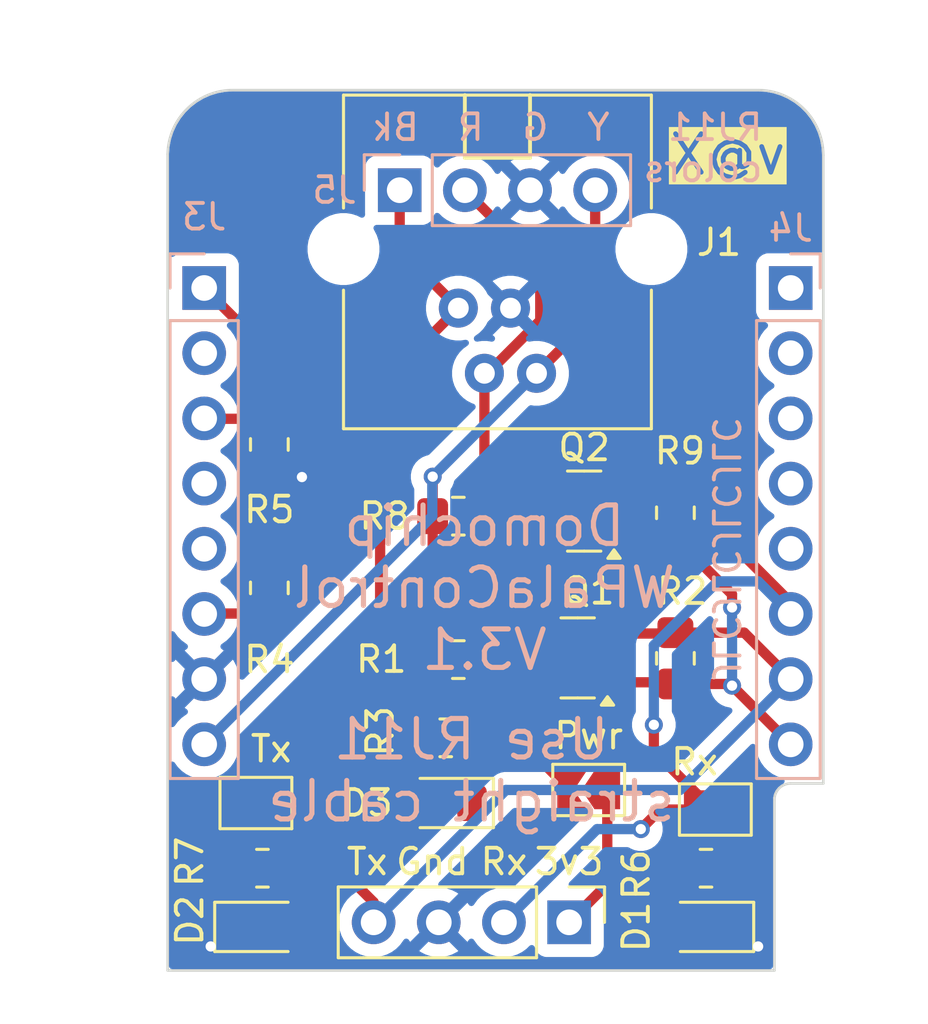
<source format=kicad_pcb>
(kicad_pcb (version 20241229) (generator "pcbnew") (generator_version "9.0")
  (layers (0 "F.Cu" signal) (2 "B.Cu" signal) (13 "F.Paste" user) (15 "B.Paste" user) (5 "F.SilkS" user "F.Silkscreen") (7 "B.SilkS" user "B.Silkscreen") (1 "F.Mask" user) (3 "B.Mask" user) (25 "Edge.Cuts" user))
  (net 0 "")
  (net 1 "+5V")
  (net 2 "Tx")
  (net 3 "GND")
  (net 4 "Rx")
  (net 5 "RXuC")
  (net 6 "TXuC")
  (net 7 "/GPIO5")
  (net 8 "/GPIO1")
  (net 9 "/GPIO0")
  (net 10 "/GPIO3")
  (net 11 "/GPIO4")
  (net 12 "/GPIO2")
  (net 13 "/GPIO14")
  (net 14 "/RST")
  (net 15 "/GPIO16")
  (net 16 "/ADC0")
  (net 17 "/GPIO12")
  (net 18 "+3.3V")
  (net 19 "Net-(JP3-B)")
  (net 20 "Net-(D1-A)")
  (net 21 "Net-(D2-A)")
  (net 22 "Net-(JP1-B)")
  (net 23 "Net-(JP2-B)")
  (net 24 "Net-(D3-A)")
  (footprint "Resistor_SMD:R_0805_2012Metric_Pad1.20x1.40mm_HandSolder" (layer "F.Cu") (at 42.4965 46.178 -90)
    (property "Reference" "R2" (at -2.613 -0.26475 180) (layer "F.SilkS"))
    (property "Value" "10K")
    (fp_line (start -0.227064 0.735) (end 0.227064 0.735) (stroke (width 0.12)) (layer "F.SilkS"))
    (fp_line (start -0.227064 -0.735) (end 0.227064 -0.735) (stroke (width 0.12)) (layer "F.SilkS"))
    (pad "1" smd roundrect (at -1 0 270) (size 1.2 1.4) (layers "F.Cu" "F.Mask" "F.Paste") (roundrect_rratio 0.208333) (net 6 "TXuC"))
    (pad "2" smd roundrect (at 1 0 270) (size 1.2 1.4) (layers "F.Cu" "F.Mask" "F.Paste") (roundrect_rratio 0.208333) (net 18 "+3.3V"))
  )
  (footprint "Connector_PinHeader_2.54mm:PinHeader_1x04_P2.54mm_Vertical" (layer "F.Cu") (at 38.354 56.4642 -90)
    (property "Reference" "J2" (hide yes))
    (property "Value" "MCU UART")
    (fp_line (start -1.38 9) (end 1.38 9) (stroke (width 0.12)) (layer "F.SilkS"))
    (fp_line (start -1.38 1.27) (end -1.38 9) (stroke (width 0.12)) (layer "F.SilkS"))
    (fp_line (start -1.38 1.27) (end 1.38 1.27) (stroke (width 0.12)) (layer "F.SilkS"))
    (fp_line (start 1.38 1.27) (end 1.38 9) (stroke (width 0.12)) (layer "F.SilkS"))
    (fp_line (start -1.38 0) (end -1.38 -1.38) (stroke (width 0.12)) (layer "F.SilkS"))
    (fp_line (start -1.38 -1.38) (end 0 -1.38) (stroke (width 0.12)) (layer "F.SilkS"))
    (pad "1" thru_hole rect (at 0 0 270) (size 1.7 1.7) (drill 1) (layers "*.Cu" "*.Mask") (net 18 "+3.3V"))
    (pad "2" thru_hole circle (at 0 2.54 270) (size 1.7 1.7) (drill 1) (layers "*.Cu" "*.Mask") (net 5 "RXuC"))
    (pad "3" thru_hole circle (at 0 5.08 270) (size 1.7 1.7) (drill 1) (layers "*.Cu" "*.Mask") (net 3 "GND"))
    (pad "4" thru_hole circle (at 0 7.62 270) (size 1.7 1.7) (drill 1) (layers "*.Cu" "*.Mask") (net 6 "TXuC"))
  )
  (footprint "MyRJ:Ali_RJ11" (layer "F.Cu") (at 34.036 32.534 180)
    (property "Reference" "J1" (at -10.16 2.562 0) (layer "F.SilkS"))
    (property "Value" "6P4C")
    (fp_line (start 4.476 3.9) (end 4.476 8.3) (stroke (width 0.12)) (layer "F.SilkS"))
    (fp_line (start 4.476 -4.7) (end 4.476 0.7) (stroke (width 0.12)) (layer "F.SilkS"))
    (fp_line (start -0.254 5.856) (end -0.254 8.3) (stroke (width 0.15)) (layer "F.SilkS"))
    (fp_line (start -2.794 8.3) (end -2.794 5.856) (stroke (width 0.15)) (layer "F.SilkS"))
    (fp_line (start -2.794 5.856) (end -0.254 5.856) (stroke (width 0.15)) (layer "F.SilkS"))
    (fp_line (start -7.524 8.3) (end 4.476 8.3) (stroke (width 0.12)) (layer "F.SilkS"))
    (fp_line (start -7.524 3.9) (end -7.524 8.3) (stroke (width 0.12)) (layer "F.SilkS"))
    (fp_line (start -7.524 -4.7) (end 4.476 -4.7) (stroke (width 0.12)) (layer "F.SilkS"))
    (fp_line (start -7.524 -4.7) (end -7.524 0.7) (stroke (width 0.12)) (layer "F.SilkS"))
    (pad "" np_thru_hole circle (at -7.524 2.3 180) (size 2.3 2.3) (drill 2.3) (layers "*.Cu" "*.Mask"))
    (pad "" np_thru_hole circle (at 4.476 2.3 180) (size 2.3 2.3) (drill 2.3) (layers "*.Cu" "*.Mask"))
    (pad "1" thru_hole circle (at 0 0) (size 1.52 1.52) (drill 0.81) (layers "*.Cu" "*.Mask") (net 2 "Tx"))
    (pad "2" thru_hole circle (at -1.016 -2.54) (size 1.52 1.52) (drill 0.81) (layers "*.Cu" "*.Mask") (net 4 "Rx"))
    (pad "3" thru_hole circle (at -2.032 0) (size 1.52 1.52) (drill 0.81) (layers "*.Cu" "*.Mask") (net 3 "GND"))
    (pad "4" thru_hole circle (at -3.048 -2.54) (size 1.52 1.52) (drill 0.81) (layers "*.Cu" "*.Mask") (net 1 "+5V"))
  )
  (footprint "Resistor_SMD:R_0805_2012Metric_Pad1.20x1.40mm_HandSolder" (layer "F.Cu") (at 34.036 46.228 180)
    (property "Reference" "R1" (at 3.0045 0.0125 180) (layer "F.SilkS"))
    (property "Value" "10K")
    (fp_line (start -0.227064 0.735) (end 0.227064 0.735) (stroke (width 0.12)) (layer "F.SilkS"))
    (fp_line (start -0.227064 -0.735) (end 0.227064 -0.735) (stroke (width 0.12)) (layer "F.SilkS"))
    (pad "1" smd roundrect (at -1 0 180) (size 1.2 1.4) (layers "F.Cu" "F.Mask" "F.Paste") (roundrect_rratio 0.208333) (net 2 "Tx"))
    (pad "2" smd roundrect (at 1 0 180) (size 1.2 1.4) (layers "F.Cu" "F.Mask" "F.Paste") (roundrect_rratio 0.208333) (net 1 "+5V"))
  )
  (footprint "Resistor_SMD:R_0805_2012Metric_Pad1.20x1.40mm_HandSolder" (layer "F.Cu") (at 33.544 49.276)
    (property "Reference" "R3" (at -2.556 -0.254 90) (layer "F.SilkS"))
    (property "Value" "1K")
    (fp_line (start -0.227064 -0.735) (end 0.227064 -0.735) (stroke (width 0.12)) (layer "F.SilkS"))
    (fp_line (start -0.227064 0.735) (end 0.227064 0.735) (stroke (width 0.12)) (layer "F.SilkS"))
    (pad "1" smd roundrect (at -1 0) (size 1.2 1.4) (layers "F.Cu" "F.Mask" "F.Paste") (roundrect_rratio 0.208333) (net 24 "Net-(D3-A)"))
    (pad "2" smd roundrect (at 1 0) (size 1.2 1.4) (layers "F.Cu" "F.Mask" "F.Paste") (roundrect_rratio 0.208333) (net 19 "Net-(JP3-B)"))
  )
  (footprint "LED_SMD:LED_0805_2012Metric_Pad1.15x1.40mm_HandSolder" (layer "F.Cu") (at 43.688 56.642 180)
    (property "Reference" "D1" (at 2.72 0 90) (layer "F.SilkS"))
    (property "Value" "GREEN")
    (fp_line (start 1 -0.96) (end -1.86 -0.96) (stroke (width 0.12)) (layer "F.SilkS"))
    (fp_line (start -1.86 0.96) (end 1 0.96) (stroke (width 0.12)) (layer "F.SilkS"))
    (fp_line (start -1.86 -0.96) (end -1.86 0.96) (stroke (width 0.12)) (layer "F.SilkS"))
    (pad "1" smd roundrect (at -1.025 0 180) (size 1.15 1.4) (layers "F.Cu" "F.Mask" "F.Paste") (roundrect_rratio 0.217391) (net 3 "GND"))
    (pad "2" smd roundrect (at 1.025 0 180) (size 1.15 1.4) (layers "F.Cu" "F.Mask" "F.Paste") (roundrect_rratio 0.217391) (net 20 "Net-(D1-A)"))
  )
  (footprint "Jumper:SolderJumper-2_P1.3mm_Open_TrianglePad1.0x1.5mm" (layer "F.Cu") (at 26.146 51.816 180)
    (property "Reference" "JP2" (hide yes))
    (property "Value" "SolderJumper_2_Open")
    (fp_line (start 1.4 1) (end -1.4 1) (stroke (width 0.12)) (layer "F.SilkS"))
    (fp_line (start 1.4 -1) (end 1.4 1) (stroke (width 0.12)) (layer "F.SilkS"))
    (fp_line (start -1.4 1) (end -1.4 -1) (stroke (width 0.12)) (layer "F.SilkS"))
    (fp_line (start -1.4 -1) (end 1.4 -1) (stroke (width 0.12)) (layer "F.SilkS"))
    (pad "1" smd custom (at -0.725 0 180) (size 0.3 0.3) (layers "F.Cu" "F.Mask") (net 6 "TXuC") (options (clearance outline) (anchor rect)) (primitives (gr_poly (pts (xy 1 0) (xy 0.5 0.75) (xy -0.5 0.75) (xy -0.5 -0.75) (xy 0.5 -0.75)) (width 0) (fill yes))))
    (pad "2" smd custom (at 0.725 0 180) (size 0.3 0.3) (layers "F.Cu" "F.Mask") (net 23 "Net-(JP2-B)") (options (clearance outline) (anchor rect)) (primitives (gr_poly (pts (xy 0.5 0.75) (xy -0.65 0.75) (xy -0.15 0) (xy -0.65 -0.75) (xy 0.5 -0.75)) (width 0) (fill yes))))
  )
  (footprint "Resistor_SMD:R_0805_2012Metric_Pad1.20x1.40mm_HandSolder" (layer "F.Cu") (at 43.688 54.356)
    (property "Reference" "R6" (at -2.72 0.254 90) (layer "F.SilkS"))
    (property "Value" "1K")
    (fp_line (start -0.227064 -0.735) (end 0.227064 -0.735) (stroke (width 0.12)) (layer "F.SilkS"))
    (fp_line (start -0.227064 0.735) (end 0.227064 0.735) (stroke (width 0.12)) (layer "F.SilkS"))
    (pad "1" smd roundrect (at -1 0) (size 1.2 1.4) (layers "F.Cu" "F.Mask" "F.Paste") (roundrect_rratio 0.208333) (net 20 "Net-(D1-A)"))
    (pad "2" smd roundrect (at 1 0) (size 1.2 1.4) (layers "F.Cu" "F.Mask" "F.Paste") (roundrect_rratio 0.208333) (net 22 "Net-(JP1-B)"))
  )
  (footprint "Jumper:SolderJumper-2_P1.3mm_Open_TrianglePad1.0x1.5mm" (layer "F.Cu") (at 44.053 52.07)
    (property "Reference" "JP1" (hide yes))
    (property "Value" "SolderJumper_2_Open")
    (fp_line (start -1.4 -1) (end 1.4 -1) (stroke (width 0.12)) (layer "F.SilkS"))
    (fp_line (start -1.4 1) (end -1.4 -1) (stroke (width 0.12)) (layer "F.SilkS"))
    (fp_line (start 1.4 -1) (end 1.4 1) (stroke (width 0.12)) (layer "F.SilkS"))
    (fp_line (start 1.4 1) (end -1.4 1) (stroke (width 0.12)) (layer "F.SilkS"))
    (pad "1" smd custom (at -0.725 0) (size 0.3 0.3) (layers "F.Cu" "F.Mask") (net 5 "RXuC") (options (clearance outline) (anchor rect)) (primitives (gr_poly (pts (xy 1 0) (xy 0.5 0.75) (xy -0.5 0.75) (xy -0.5 -0.75) (xy 0.5 -0.75)) (width 0) (fill yes))))
    (pad "2" smd custom (at 0.725 0) (size 0.3 0.3) (layers "F.Cu" "F.Mask") (net 22 "Net-(JP1-B)") (options (clearance outline) (anchor rect)) (primitives (gr_poly (pts (xy 0.5 0.75) (xy -0.65 0.75) (xy -0.15 0) (xy -0.65 -0.75) (xy 0.5 -0.75)) (width 0) (fill yes))))
  )
  (footprint "Resistor_SMD:R_0805_2012Metric_Pad1.20x1.40mm_HandSolder" (layer "F.Cu") (at 26.67 43.434 90)
    (property "Reference" "R4" (at -2.794 0 0) (layer "F.SilkS"))
    (property "Value" "1K")
    (fp_line (start -0.227064 -0.735) (end 0.227064 -0.735) (stroke (width 0.12)) (layer "F.SilkS"))
    (fp_line (start -0.227064 0.735) (end 0.227064 0.735) (stroke (width 0.12)) (layer "F.SilkS"))
    (pad "1" smd roundrect (at -1 0 90) (size 1.2 1.4) (layers "F.Cu" "F.Mask" "F.Paste") (roundrect_rratio 0.208333) (net 12 "/GPIO2"))
    (pad "2" smd roundrect (at 1 0 90) (size 1.2 1.4) (layers "F.Cu" "F.Mask" "F.Paste") (roundrect_rratio 0.208333) (net 8 "/GPIO1"))
  )
  (footprint "Package_TO_SOT_SMD:SOT-23" (layer "F.Cu") (at 38.9405 40.442 180)
    (property "Reference" "Q2" (at 0 2.474 180) (layer "F.SilkS"))
    (property "Value" "AO3400A")
    (fp_line (start 0 1.56) (end 0.65 1.56) (stroke (width 0.12)) (layer "F.SilkS"))
    (fp_line (start 0 1.56) (end -0.65 1.56) (stroke (width 0.12)) (layer "F.SilkS"))
    (fp_line (start 0 -1.56) (end 0.65 -1.56) (stroke (width 0.12)) (layer "F.SilkS"))
    (fp_line (start 0 -1.56) (end -0.65 -1.56) (stroke (width 0.12)) (layer "F.SilkS"))
    (fp_poly (pts (xy -1.1625 -1.51) (xy -1.4025 -1.84) (xy -0.9225 -1.84)) (stroke (width 0.12)) (fill yes) (layer "F.SilkS"))
    (pad "1" smd roundrect (at -0.9375 -0.95 180) (size 1.475 0.6) (layers "F.Cu" "F.Mask" "F.Paste") (net 18 "+3.3V"))
    (pad "2" smd roundrect (at -0.9375 0.95 180) (size 1.475 0.6) (layers "F.Cu" "F.Mask" "F.Paste") (net 5 "RXuC"))
    (pad "3" smd roundrect (at 0.9375 0 180) (size 1.475 0.6) (layers "F.Cu" "F.Mask" "F.Paste") (net 4 "Rx"))
  )
  (footprint "LED_SMD:LED_0805_2012Metric_Pad1.15x1.40mm_HandSolder" (layer "F.Cu") (at 33.544 51.816 180)
    (property "Reference" "D3" (at 3.048 0 0) (layer "F.SilkS"))
    (property "Value" "RED")
    (fp_line (start 1 -0.96) (end -1.86 -0.96) (stroke (width 0.12)) (layer "F.SilkS"))
    (fp_line (start -1.86 0.96) (end 1 0.96) (stroke (width 0.12)) (layer "F.SilkS"))
    (fp_line (start -1.86 -0.96) (end -1.86 0.96) (stroke (width 0.12)) (layer "F.SilkS"))
    (pad "1" smd roundrect (at -1.025 0 180) (size 1.15 1.4) (layers "F.Cu" "F.Mask" "F.Paste") (roundrect_rratio 0.217391) (net 3 "GND"))
    (pad "2" smd roundrect (at 1.025 0 180) (size 1.15 1.4) (layers "F.Cu" "F.Mask" "F.Paste") (roundrect_rratio 0.217391) (net 24 "Net-(D3-A)"))
  )
  (footprint "Jumper:SolderJumper-2_P1.3mm_Open_TrianglePad1.0x1.5mm" (layer "F.Cu") (at 39.116 51.308 180)
    (property "Reference" "JP3" (hide yes))
    (property "Value" "SolderJumper_2_Open")
    (fp_line (start 1.4 1) (end -1.4 1) (stroke (width 0.12)) (layer "F.SilkS"))
    (fp_line (start 1.4 -1) (end 1.4 1) (stroke (width 0.12)) (layer "F.SilkS"))
    (fp_line (start -1.4 1) (end -1.4 -1) (stroke (width 0.12)) (layer "F.SilkS"))
    (fp_line (start -1.4 -1) (end 1.4 -1) (stroke (width 0.12)) (layer "F.SilkS"))
    (pad "1" smd custom (at -0.725 0 180) (size 0.3 0.3) (layers "F.Cu" "F.Mask") (net 18 "+3.3V") (options (clearance outline) (anchor rect)) (primitives (gr_poly (pts (xy 1 0) (xy 0.5 0.75) (xy -0.5 0.75) (xy -0.5 -0.75) (xy 0.5 -0.75)) (width 0) (fill yes))))
    (pad "2" smd custom (at 0.725 0 180) (size 0.3 0.3) (layers "F.Cu" "F.Mask") (net 19 "Net-(JP3-B)") (options (clearance outline) (anchor rect)) (primitives (gr_poly (pts (xy 0.5 0.75) (xy -0.65 0.75) (xy -0.15 0) (xy -0.65 -0.75) (xy 0.5 -0.75)) (width 0) (fill yes))))
  )
  (footprint "Resistor_SMD:R_0805_2012Metric_Pad1.20x1.40mm_HandSolder" (layer "F.Cu") (at 26.67 37.846 -90)
    (property "Reference" "R5" (at 2.54 0 0) (layer "F.SilkS"))
    (property "Value" "10K")
    (fp_line (start -0.227064 0.735) (end 0.227064 0.735) (stroke (width 0.12)) (layer "F.SilkS"))
    (fp_line (start -0.227064 -0.735) (end 0.227064 -0.735) (stroke (width 0.12)) (layer "F.SilkS"))
    (pad "1" smd roundrect (at -1 0 270) (size 1.2 1.4) (layers "F.Cu" "F.Mask" "F.Paste") (roundrect_rratio 0.208333) (net 7 "/GPIO5"))
    (pad "2" smd roundrect (at 1 0 270) (size 1.2 1.4) (layers "F.Cu" "F.Mask" "F.Paste") (roundrect_rratio 0.208333) (net 3 "GND"))
  )
  (footprint "Resistor_SMD:R_0805_2012Metric_Pad1.20x1.40mm_HandSolder" (layer "F.Cu") (at 42.4965 40.508 -90)
    (property "Reference" "R9" (at -2.408 -0.1755 180) (layer "F.SilkS"))
    (property "Value" "10K")
    (fp_line (start -0.227064 0.735) (end 0.227064 0.735) (stroke (width 0.12)) (layer "F.SilkS"))
    (fp_line (start -0.227064 -0.735) (end 0.227064 -0.735) (stroke (width 0.12)) (layer "F.SilkS"))
    (pad "1" smd roundrect (at -1 0 270) (size 1.2 1.4) (layers "F.Cu" "F.Mask" "F.Paste") (roundrect_rratio 0.208333) (net 5 "RXuC"))
    (pad "2" smd roundrect (at 1 0 270) (size 1.2 1.4) (layers "F.Cu" "F.Mask" "F.Paste") (roundrect_rratio 0.208333) (net 18 "+3.3V"))
  )
  (footprint "Package_TO_SOT_SMD:SOT-23" (layer "F.Cu") (at 38.6865 46.162 180)
    (property "Reference" "Q1" (at -0.4295 2.606 180) (layer "F.SilkS"))
    (property "Value" "AO3400A")
    (fp_line (start 0 1.56) (end 0.65 1.56) (stroke (width 0.12)) (layer "F.SilkS"))
    (fp_line (start 0 1.56) (end -0.65 1.56) (stroke (width 0.12)) (layer "F.SilkS"))
    (fp_line (start 0 -1.56) (end 0.65 -1.56) (stroke (width 0.12)) (layer "F.SilkS"))
    (fp_line (start 0 -1.56) (end -0.65 -1.56) (stroke (width 0.12)) (layer "F.SilkS"))
    (fp_poly (pts (xy -1.1625 -1.51) (xy -1.4025 -1.84) (xy -0.9225 -1.84)) (stroke (width 0.12)) (fill yes) (layer "F.SilkS"))
    (pad "1" smd roundrect (at -0.9375 -0.95 180) (size 1.475 0.6) (layers "F.Cu" "F.Mask" "F.Paste") (net 18 "+3.3V"))
    (pad "2" smd roundrect (at -0.9375 0.95 180) (size 1.475 0.6) (layers "F.Cu" "F.Mask" "F.Paste") (net 6 "TXuC"))
    (pad "3" smd roundrect (at 0.9375 0 180) (size 1.475 0.6) (layers "F.Cu" "F.Mask" "F.Paste") (net 2 "Tx"))
  )
  (footprint "Resistor_SMD:R_0805_2012Metric_Pad1.20x1.40mm_HandSolder" (layer "F.Cu") (at 34.036 40.64 180)
    (property "Reference" "R8" (at 2.8725 0 180) (layer "F.SilkS"))
    (property "Value" "10K")
    (fp_line (start -0.227064 0.735) (end 0.227064 0.735) (stroke (width 0.12)) (layer "F.SilkS"))
    (fp_line (start -0.227064 -0.735) (end 0.227064 -0.735) (stroke (width 0.12)) (layer "F.SilkS"))
    (pad "1" smd roundrect (at -1 0 180) (size 1.2 1.4) (layers "F.Cu" "F.Mask" "F.Paste") (roundrect_rratio 0.208333) (net 4 "Rx"))
    (pad "2" smd roundrect (at 1 0 180) (size 1.2 1.4) (layers "F.Cu" "F.Mask" "F.Paste") (roundrect_rratio 0.208333) (net 1 "+5V"))
  )
  (footprint "Resistor_SMD:R_0805_2012Metric_Pad1.20x1.40mm_HandSolder" (layer "F.Cu") (at 26.4 54.356 180)
    (property "Reference" "R7" (at 2.831 0.254 90) (layer "F.SilkS"))
    (property "Value" "1K")
    (fp_line (start -0.227064 0.735) (end 0.227064 0.735) (stroke (width 0.12)) (layer "F.SilkS"))
    (fp_line (start -0.227064 -0.735) (end 0.227064 -0.735) (stroke (width 0.12)) (layer "F.SilkS"))
    (pad "1" smd roundrect (at -1 0 180) (size 1.2 1.4) (layers "F.Cu" "F.Mask" "F.Paste") (roundrect_rratio 0.208333) (net 21 "Net-(D2-A)"))
    (pad "2" smd roundrect (at 1 0 180) (size 1.2 1.4) (layers "F.Cu" "F.Mask" "F.Paste") (roundrect_rratio 0.208333) (net 23 "Net-(JP2-B)"))
  )
  (footprint "LED_SMD:LED_0805_2012Metric_Pad1.15x1.40mm_HandSolder" (layer "F.Cu") (at 26.4 56.642)
    (property "Reference" "D2" (at -2.831 -0.254 90) (layer "F.SilkS"))
    (property "Value" "YELLOW")
    (fp_line (start -1.86 -0.96) (end -1.86 0.96) (stroke (width 0.12)) (layer "F.SilkS"))
    (fp_line (start -1.86 0.96) (end 1 0.96) (stroke (width 0.12)) (layer "F.SilkS"))
    (fp_line (start 1 -0.96) (end -1.86 -0.96) (stroke (width 0.12)) (layer "F.SilkS"))
    (pad "1" smd roundrect (at -1.025 0) (size 1.15 1.4) (layers "F.Cu" "F.Mask" "F.Paste") (roundrect_rratio 0.217391) (net 3 "GND"))
    (pad "2" smd roundrect (at 1.025 0) (size 1.15 1.4) (layers "F.Cu" "F.Mask" "F.Paste") (roundrect_rratio 0.217391) (net 21 "Net-(D2-A)"))
  )
  (footprint "Connector_PinSocket_2.54mm:PinSocket_1x08_P2.54mm_Vertical" (layer "B.Cu") (at 24.13 31.75 180)
    (property "Reference" "J3" (at 0 2.77 0) (layer "B.SilkS") (effects (justify mirror)))
    (property "Value" "WeMos_mini_Hat_Left")
    (fp_line (start 1.33 1.33) (end 1.33 0) (stroke (width 0.12)) (layer "B.SilkS"))
    (fp_line (start 1.33 -1.27) (end 1.33 -19.11) (stroke (width 0.12)) (layer "B.SilkS"))
    (fp_line (start 0 1.33) (end 1.33 1.33) (stroke (width 0.12)) (layer "B.SilkS"))
    (fp_line (start -1.33 -1.27) (end 1.33 -1.27) (stroke (width 0.12)) (layer "B.SilkS"))
    (fp_line (start -1.33 -1.27) (end -1.33 -19.11) (stroke (width 0.12)) (layer "B.SilkS"))
    (fp_line (start -1.33 -19.11) (end 1.33 -19.11) (stroke (width 0.12)) (layer "B.SilkS"))
    (pad "1" thru_hole rect (at 0 0 180) (size 1.7 1.7) (drill 1) (layers "*.Cu" "*.Mask") (net 8 "/GPIO1"))
    (pad "2" thru_hole circle (at 0 -2.54 180) (size 1.7 1.7) (drill 1) (layers "*.Cu" "*.Mask") (net 10 "/GPIO3"))
    (pad "3" thru_hole circle (at 0 -5.08 180) (size 1.7 1.7) (drill 1) (layers "*.Cu" "*.Mask") (net 7 "/GPIO5"))
    (pad "4" thru_hole circle (at 0 -7.62 180) (size 1.7 1.7) (drill 1) (layers "*.Cu" "*.Mask") (net 11 "/GPIO4"))
    (pad "5" thru_hole circle (at 0 -10.16 180) (size 1.7 1.7) (drill 1) (layers "*.Cu" "*.Mask") (net 9 "/GPIO0"))
    (pad "6" thru_hole circle (at 0 -12.7 180) (size 1.7 1.7) (drill 1) (layers "*.Cu" "*.Mask") (net 12 "/GPIO2"))
    (pad "7" thru_hole circle (at 0 -15.24 180) (size 1.7 1.7) (drill 1) (layers "*.Cu" "*.Mask") (net 3 "GND"))
    (pad "8" thru_hole circle (at 0 -17.78 180) (size 1.7 1.7) (drill 1) (layers "*.Cu" "*.Mask") (net 1 "+5V"))
  )
  (footprint "wemos_d1_mini:WeMos_D1_mini_Hat_Right" (layer "B.Cu") (at 46.99 31.75 180)
    (property "Reference" "J4" (at 0 2.33 0) (layer "B.SilkS") (effects (justify mirror)))
    (property "Value" "WeMos_mini_Hat_Right")
    (fp_line (start 1.33 -1.27) (end 1.33 -19.08) (stroke (width 0.12)) (layer "B.SilkS"))
    (fp_line (start -1.15 1.33) (end 0 1.33) (stroke (width 0.12)) (layer "B.SilkS"))
    (fp_line (start -1.15 0) (end -1.15 1.33) (stroke (width 0.12)) (layer "B.SilkS"))
    (fp_line (start -1.15 -1.27) (end 1.33 -1.27) (stroke (width 0.12)) (layer "B.SilkS"))
    (fp_line (start -1.15 -1.27) (end -1.15 -19.08) (stroke (width 0.12)) (layer "B.SilkS"))
    (fp_line (start -1.15 -19.11) (end 1.33 -19.11) (stroke (width 0.12)) (layer "B.SilkS"))
    (pad "1" thru_hole rect (at 0 0 180) (size 1.7 1.7) (drill 1) (layers "*.Cu" "*.Mask") (net 14 "/RST"))
    (pad "2" thru_hole oval (at 0 -2.54 180) (size 1.7 1.7) (drill 1) (layers "*.Cu" "*.Mask") (net 16 "/ADC0"))
    (pad "3" thru_hole oval (at 0 -5.08 180) (size 1.7 1.7) (drill 1) (layers "*.Cu" "*.Mask") (net 15 "/GPIO16"))
    (pad "4" thru_hole oval (at 0 -7.62 180) (size 1.7 1.7) (drill 1) (layers "*.Cu" "*.Mask") (net 13 "/GPIO14"))
    (pad "5" thru_hole oval (at 0 -10.16 180) (size 1.7 1.7) (drill 1) (layers "*.Cu" "*.Mask") (net 17 "/GPIO12"))
    (pad "6" thru_hole oval (at 0 -12.7 180) (size 1.7 1.7) (drill 1) (layers "*.Cu" "*.Mask") (net 5 "RXuC"))
    (pad "7" thru_hole oval (at 0 -15.24 180) (size 1.7 1.7) (drill 1) (layers "*.Cu" "*.Mask") (net 6 "TXuC"))
    (pad "8" thru_hole oval (at 0 -17.78 180) (size 1.7 1.7) (drill 1) (layers "*.Cu" "*.Mask") (net 18 "+3.3V"))
  )
  (footprint "Connector_PinHeader_2.54mm:PinHeader_1x04_P2.54mm_Vertical" (layer "B.Cu") (at 31.75 27.94 -90)
    (property "Reference" "J5" (at 0 2.54 0) (layer "B.SilkS") (effects (justify mirror)))
    (property "Value" "RJ11 - Direct Link")
    (fp_line (start -1.38 1.38) (end 0 1.38) (stroke (width 0.12)) (layer "B.SilkS"))
    (fp_line (start -1.38 0) (end -1.38 1.38) (stroke (width 0.12)) (layer "B.SilkS"))
    (fp_line (start -1.38 -1.27) (end 1.38 -1.27) (stroke (width 0.12)) (layer "B.SilkS"))
    (fp_line (start -1.38 -1.27) (end -1.38 -9) (stroke (width 0.12)) (layer "B.SilkS"))
    (fp_line (start 1.38 -1.27) (end 1.38 -9) (stroke (width 0.12)) (layer "B.SilkS"))
    (fp_line (start -1.38 -9) (end 1.38 -9) (stroke (width 0.12)) (layer "B.SilkS"))
    (pad "1" thru_hole rect (at 0 0 270) (size 1.7 1.7) (drill 1) (layers "*.Cu" "*.Mask") (net 2 "Tx"))
    (pad "2" thru_hole circle (at 0 -2.54 270) (size 1.7 1.7) (drill 1) (layers "*.Cu" "*.Mask") (net 4 "Rx"))
    (pad "3" thru_hole circle (at 0 -5.08 270) (size 1.7 1.7) (drill 1) (layers "*.Cu" "*.Mask") (net 3 "GND"))
    (pad "4" thru_hole circle (at 0 -7.62 270) (size 1.7 1.7) (drill 1) (layers "*.Cu" "*.Mask") (net 1 "+5V"))
  )
  (gr_arc (start 22.7076 26.543) (mid 23.464488 24.770724) (end 25.2476 24.039731) (stroke (width 0.1)) (layer "Edge.Cuts"))
  (gr_line (start 46.355 58.34) (end 46.355 51.689) (stroke (width 0.1)) (layer "Edge.Cuts"))
  (gr_line (start 25.2476 24.04) (end 45.72 24.04) (stroke (width 0.1)) (layer "Edge.Cuts"))
  (gr_arc (start 46.355 51.689) (mid 46.540987 51.239987) (end 46.99 51.054) (stroke (width 0.1)) (layer "Edge.Cuts"))
  (gr_line (start 22.7076 26.543) (end 22.7076 58.34) (stroke (width 0.1)) (layer "Edge.Cuts"))
  (gr_arc (start 45.72 24.04) (mid 47.516051 24.783949) (end 48.26 26.58) (stroke (width 0.1)) (layer "Edge.Cuts"))
  (gr_line (start 46.99 51.054) (end 48.26 51.054) (stroke (width 0.1)) (layer "Edge.Cuts"))
  (gr_line (start 48.26 51.054) (end 48.26 26.58) (stroke (width 0.1)) (layer "Edge.Cuts"))
  (gr_line (start 22.7076 58.34) (end 46.355 58.34) (stroke (width 0.1)) (layer "Edge.Cuts"))
  (gr_text "Gnd" (at 33.02 54.102 0) (layer "F.SilkS") (effects (font (size 1 1))))
  (gr_text "Rx" (at 35.814 54.102 0) (layer "F.SilkS") (effects (font (size 1 1))))
  (gr_text "Tx" (at 25.855 50.292 0) (layer "F.SilkS") (effects (font (size 1 1)) (justify left bottom)))
  (gr_text "Tx" (at 30.48 54.102 0) (layer "F.SilkS") (effects (font (size 1 1))))
  (gr_text "3v3" (at 38.354 54.102 0) (layer "F.SilkS") (effects (font (size 1 1))))
  (gr_text "Pwr" (at 39.116 49.784 0) (layer "F.SilkS") (effects (font (size 1 1)) (justify bottom)))
  (gr_text "Rx" (at 42.238 50.8 0) (layer "F.SilkS") (effects (font (size 1 1)) (justify left bottom)))
  (gr_text "X@v" (at 42.164 27.432 0) (layer "F.SilkS" knockout) (effects (font (size 1.5 1.5) (thickness 0.1875)) (justify left bottom)))
  (gr_text "Use RJ11\nstraight cable" (at 34.544 50.546 0) (layer "B.SilkS") (effects (font (size 1.5 1.5) (thickness 0.2)) (justify mirror)))
  (gr_text "Domochip\nWPalaControl\nV3.1" (at 35.052 43.434 0) (layer "B.SilkS") (effects (font (size 1.5 1.5) (thickness 0.2)) (justify mirror)))
  (gr_text "JLCJLCJLCJLC" (at 44.45 41.925 270) (layer "B.SilkS") (effects (font (size 1 1)) (justify mirror)))
  (gr_text "RJ11   Y  G  R  Bk\ncolors" (at 45.974 27.686 0) (layer "B.SilkS") (effects (font (size 1 1)) (justify left bottom mirror)))
  (segment (start 33.036 39.1) (end 33.036 40.64) (width 0.4) (layer "F.Cu") (net 1))
  (segment (start 37.084 35.074) (end 39.37 32.788) (width 0.4) (layer "F.Cu") (net 1))
  (segment (start 33.036 40.64) (end 33.036 46.228) (width 0.4) (layer "F.Cu") (net 1))
  (segment (start 39.37 32.788) (end 39.37 27.94) (width 0.4) (layer "F.Cu") (net 1))
  (via (at 33.036 39.1) (size 0.7) (drill 0.4) (layers "F.Cu" "B.Cu") (net 1))
  (segment (start 33.036 39.1) (end 37.062 35.074) (width 0.4) (layer "B.Cu") (net 1))
  (segment (start 33.036 39.1) (end 33.02 39.116) (width 0.4) (layer "B.Cu") (net 1))
  (segment (start 37.062 35.074) (end 37.084 35.074) (width 0.4) (layer "B.Cu") (net 1))
  (segment (start 33.02 39.116) (end 33.02 40.64) (width 0.4) (layer "B.Cu") (net 1))
  (segment (start 33.02 40.64) (end 24.13 49.53) (width 0.4) (layer "B.Cu") (net 1))
  (segment (start 30.988 46.770677) (end 31.969323 47.752) (width 0.4) (layer "F.Cu") (net 2))
  (segment (start 35.036 46.228) (end 37.683 46.228) (width 0.4) (layer "F.Cu") (net 2))
  (segment (start 31.75 27.94) (end 31.75 30.248) (width 0.4) (layer "F.Cu") (net 2))
  (segment (start 31.75 30.248) (end 34.036 32.534) (width 0.4) (layer "F.Cu") (net 2))
  (segment (start 30.988 35.582) (end 30.988 46.770677) (width 0.4) (layer "F.Cu") (net 2))
  (segment (start 34.036 32.534) (end 30.988 35.582) (width 0.4) (layer "F.Cu") (net 2))
  (segment (start 37.683 46.228) (end 37.749 46.162) (width 0.4) (layer "F.Cu") (net 2))
  (segment (start 31.969323 47.752) (end 33.512 47.752) (width 0.4) (layer "F.Cu") (net 2))
  (segment (start 33.512 47.752) (end 35.036 46.228) (width 0.4) (layer "F.Cu") (net 2))
  (segment (start 44.713 56.642) (end 44.958 56.642) (width 0.4) (layer "F.Cu") (net 3))
  (segment (start 25.375 56.642) (end 25.146 56.642) (width 0.4) (layer "F.Cu") (net 3))
  (segment (start 25.146 56.642) (end 24.384 57.404) (width 0.4) (layer "F.Cu") (net 3))
  (segment (start 26.67 38.846) (end 27.67 38.846) (width 0.4) (layer "F.Cu") (net 3))
  (segment (start 44.958 56.642) (end 45.72 57.404) (width 0.4) (layer "F.Cu") (net 3))
  (segment (start 27.67 38.846) (end 27.94 39.116) (width 0.4) (layer "F.Cu") (net 3))
  (via (at 45.72 57.404) (size 0.7) (drill 0.4) (layers "F.Cu" "B.Cu") (net 3))
  (via (at 24.384 57.404) (size 0.7) (drill 0.4) (layers "F.Cu" "B.Cu") (net 3))
  (via (at 27.94 39.116) (size 0.7) (drill 0.4) (layers "F.Cu" "B.Cu") (net 3))
  (segment (start 35.052 35.074) (end 35.052 40.624) (width 0.4) (layer "F.Cu") (net 4))
  (segment (start 37.805 40.64) (end 38.003 40.442) (width 0.4) (layer "F.Cu") (net 4))
  (segment (start 37.229 30.879) (end 34.29 27.94) (width 0.4) (layer "F.Cu") (net 4))
  (segment (start 35.052 35.074) (end 35.169902 35.074) (width 0.4) (layer "F.Cu") (net 4))
  (segment (start 35.036 40.64) (end 37.805 40.64) (width 0.4) (layer "F.Cu") (net 4))
  (segment (start 35.169902 35.074) (end 37.229 33.014902) (width 0.4) (layer "F.Cu") (net 4))
  (segment (start 35.052 40.624) (end 35.036 40.64) (width 0.4) (layer "F.Cu") (net 4))
  (segment (start 37.229 33.014902) (end 37.229 30.879) (width 0.4) (layer "F.Cu") (net 4))
  (segment (start 42.4965 39.508) (end 46.99 44.0015) (width 0.4) (layer "F.Cu") (net 5))
  (segment (start 39.878 39.492) (end 42.4805 39.492) (width 0.4) (layer "F.Cu") (net 5))
  (segment (start 41.91 52.07) (end 43.328 52.07) (width 0.4) (layer "F.Cu") (net 5))
  (segment (start 41.656 49.784) (end 43.328 51.456) (width 0.4) (layer "F.Cu") (net 5))
  (segment (start 41.148 52.832) (end 41.91 52.07) (width 0.4) (layer "F.Cu") (net 5))
  (segment (start 46.99 44.0015) (end 46.99 44.45) (width 0.4) (layer "F.Cu") (net 5))
  (segment (start 43.328 51.456) (end 43.328 52.07) (width 0.4) (layer "F.Cu") (net 5))
  (segment (start 42.4805 39.492) (end 42.4965 39.508) (width 0.4) (layer "F.Cu") (net 5))
  (segment (start 41.656 48.768) (end 41.656 49.784) (width 0.4) (layer "F.Cu") (net 5))
  (via (at 41.656 48.768) (size 0.7) (drill 0.4) (layers "F.Cu" "B.Cu") (net 5))
  (via (at 41.148 52.832) (size 0.7) (drill 0.4) (layers "F.Cu" "B.Cu") (net 5))
  (segment (start 45.72 43.18) (end 46.99 44.45) (width 0.4) (layer "B.Cu") (net 5))
  (segment (start 41.656 45.673925) (end 44.149925 43.18) (width 0.4) (layer "B.Cu") (net 5))
  (segment (start 39.4462 52.832) (end 35.814 56.4642) (width 0.4) (layer "B.Cu") (net 5))
  (segment (start 44.149925 43.18) (end 45.72 43.18) (width 0.4) (layer "B.Cu") (net 5))
  (segment (start 41.656 48.768) (end 41.656 45.673925) (width 0.4) (layer "B.Cu") (net 5))
  (segment (start 41.148 52.832) (end 39.4462 52.832) (width 0.4) (layer "B.Cu") (net 5))
  (segment (start 45.178 45.178) (end 46.99 46.99) (width 0.4) (layer "F.Cu") (net 6))
  (segment (start 42.4625 45.212) (end 42.4965 45.178) (width 0.4) (layer "F.Cu") (net 6))
  (segment (start 42.4965 45.178) (end 45.178 45.178) (width 0.4) (layer "F.Cu") (net 6))
  (segment (start 30.734 55.679) (end 30.734 56.4642) (width 0.4) (layer "F.Cu") (net 6))
  (segment (start 39.624 45.212) (end 42.4625 45.212) (width 0.4) (layer "F.Cu") (net 6))
  (segment (start 26.871 51.816) (end 30.734 55.679) (width 0.4) (layer "F.Cu") (net 6))
  (segment (start 46.99 46.99) (end 42.672 51.308) (width 0.4) (layer "B.Cu") (net 6))
  (segment (start 42.672 51.308) (end 35.8902 51.308) (width 0.4) (layer "B.Cu") (net 6))
  (segment (start 35.8902 51.308) (end 30.734 56.4642) (width 0.4) (layer "B.Cu") (net 6))
  (segment (start 24.146 36.846) (end 24.13 36.83) (width 0.4) (layer "F.Cu") (net 7))
  (segment (start 26.67 36.846) (end 24.146 36.846) (width 0.4) (layer "F.Cu") (net 7))
  (segment (start 29.464 39.64) (end 29.464 37.084) (width 0.4) (layer "F.Cu") (net 8))
  (segment (start 29.464 37.084) (end 24.13 31.75) (width 0.4) (layer "F.Cu") (net 8))
  (segment (start 26.67 42.434) (end 29.464 39.64) (width 0.4) (layer "F.Cu") (net 8))
  (segment (start 26.67 44.434) (end 24.146 44.434) (width 0.4) (layer "F.Cu") (net 12))
  (segment (start 24.146 44.434) (end 24.13 44.45) (width 0.4) (layer "F.Cu") (net 12))
  (segment (start 39.624 51.091) (end 39.841 51.308) (width 0.4) (layer "F.Cu") (net 18))
  (segment (start 44.704 43.688) (end 42.524 41.508) (width 0.4) (layer "F.Cu") (net 18))
  (segment (start 42.4305 47.112) (end 42.4965 47.178) (width 0.4) (layer "F.Cu") (net 18))
  (segment (start 42.3805 41.392) (end 42.4965 41.508) (width 0.4) (layer "F.Cu") (net 18))
  (segment (start 42.4965 47.178) (end 44.638 47.178) (width 0.4) (layer "F.Cu") (net 18))
  (segment (start 44.704 44.196) (end 44.704 43.688) (width 0.4) (layer "F.Cu") (net 18))
  (segment (start 39.841 51.308) (end 39.841 54.9772) (width 0.4) (layer "F.Cu") (net 18))
  (segment (start 39.624 47.112) (end 39.624 51.091) (width 0.4) (layer "F.Cu") (net 18))
  (segment (start 44.704 47.244) (end 46.99 49.53) (width 0.4) (layer "F.Cu") (net 18))
  (segment (start 39.841 54.9772) (end 38.354 56.4642) (width 0.4) (layer "F.Cu") (net 18))
  (segment (start 39.878 41.392) (end 42.3805 41.392) (width 0.4) (layer "F.Cu") (net 18))
  (segment (start 39.624 47.112) (end 42.4305 47.112) (width 0.4) (layer "F.Cu") (net 18))
  (segment (start 42.524 41.508) (end 42.4965 41.508) (width 0.4) (layer "F.Cu") (net 18))
  (segment (start 44.638 47.178) (end 44.704 47.244) (width 0.4) (layer "F.Cu") (net 18))
  (via (at 44.704 44.196) (size 0.7) (drill 0.4) (layers "F.Cu" "B.Cu") (net 18))
  (via (at 44.704 47.244) (size 0.7) (drill 0.4) (layers "F.Cu" "B.Cu") (net 18))
  (segment (start 44.704 44.196) (end 44.704 47.244) (width 0.4) (layer "B.Cu") (net 18))
  (segment (start 36.359 49.276) (end 34.544 49.276) (width 0.4) (layer "F.Cu") (net 19))
  (segment (start 38.391 51.308) (end 36.359 49.276) (width 0.4) (layer "F.Cu") (net 19))
  (segment (start 42.688 54.356) (end 42.688 56.617) (width 0.4) (layer "F.Cu") (net 20))
  (segment (start 42.688 56.617) (end 42.663 56.642) (width 0.4) (layer "F.Cu") (net 20))
  (segment (start 27.4 54.356) (end 27.4 56.617) (width 0.4) (layer "F.Cu") (net 21))
  (segment (start 27.4 56.617) (end 27.425 56.642) (width 0.4) (layer "F.Cu") (net 21))
  (segment (start 44.778 54.266) (end 44.688 54.356) (width 0.4) (layer "F.Cu") (net 22))
  (segment (start 44.778 52.07) (end 44.778 54.266) (width 0.4) (layer "F.Cu") (net 22))
  (segment (start 25.421 54.335) (end 25.4 54.356) (width 0.4) (layer "F.Cu") (net 23))
  (segment (start 25.421 51.816) (end 25.421 54.335) (width 0.4) (layer "F.Cu") (net 23))
  (segment (start 32.544 51.791) (end 32.519 51.816) (width 0.4) (layer "F.Cu") (net 24))
  (segment (start 32.544 49.276) (end 32.544 51.791) (width 0.4) (layer "F.Cu") (net 24))
  (zone (net 3) (net_name "GND") (layer "B.Cu") (connect_pads (clearance 0.5)) (min_thickness 0.25) (fill yes (thermal_gap 0.5) (thermal_bridge_width 0.5))
    (polygon (pts (xy 20.32 22.86) (xy 20.32 60.452) (xy 50.8 60.452) (xy 50.8 22.86)))
  )
)
</source>
